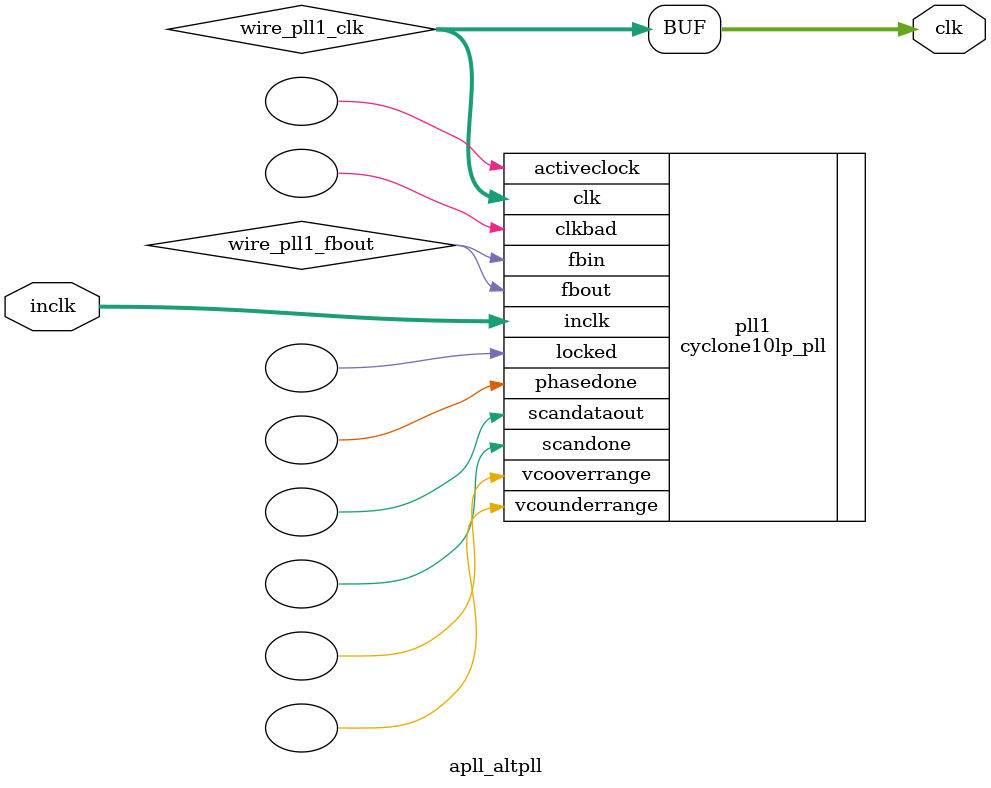
<source format=v>






//synthesis_resources = cyclone10lp_pll 1 
//synopsys translate_off
`timescale 1 ps / 1 ps
//synopsys translate_on
module  apll_altpll
	( 
	clk,
	inclk) /* synthesis synthesis_clearbox=1 */;
	output   [4:0]  clk;
	input   [1:0]  inclk;
`ifndef ALTERA_RESERVED_QIS
// synopsys translate_off
`endif
	tri0   [1:0]  inclk;
`ifndef ALTERA_RESERVED_QIS
// synopsys translate_on
`endif

	wire  [4:0]   wire_pll1_clk;
	wire  wire_pll1_fbout;

	cyclone10lp_pll   pll1
	( 
	.activeclock(),
	.clk(wire_pll1_clk),
	.clkbad(),
	.fbin(wire_pll1_fbout),
	.fbout(wire_pll1_fbout),
	.inclk(inclk),
	.locked(),
	.phasedone(),
	.scandataout(),
	.scandone(),
	.vcooverrange(),
	.vcounderrange()
	`ifndef FORMAL_VERIFICATION
	// synopsys translate_off
	`endif
	,
	.areset(1'b0),
	.clkswitch(1'b0),
	.configupdate(1'b0),
	.pfdena(1'b1),
	.phasecounterselect({3{1'b0}}),
	.phasestep(1'b0),
	.phaseupdown(1'b0),
	.scanclk(1'b0),
	.scanclkena(1'b1),
	.scandata(1'b0)
	`ifndef FORMAL_VERIFICATION
	// synopsys translate_on
	`endif
	);
	defparam
		pll1.bandwidth_type = "auto",
		pll1.clk0_divide_by = 1,
		pll1.clk0_duty_cycle = 50,
		pll1.clk0_multiply_by = 1,
		pll1.clk0_phase_shift = "0",
		pll1.compensate_clock = "clk0",
		pll1.inclk0_input_frequency = 20000,
		pll1.operation_mode = "normal",
		pll1.pll_type = "auto",
		pll1.lpm_type = "cyclone10lp_pll";
	assign
		clk = {wire_pll1_clk[4:0]};
endmodule //apll_altpll
//VALID FILE

</source>
